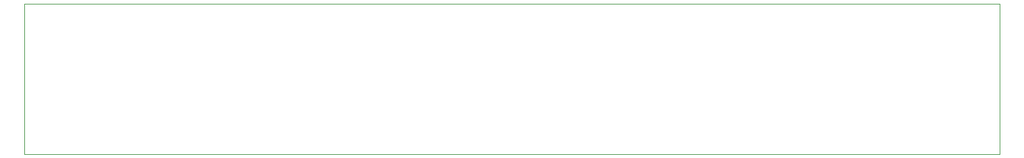
<source format=gbr>
%TF.GenerationSoftware,Altium Limited,Altium Designer,24.0.1 (36)*%
G04 Layer_Color=0*
%FSLAX45Y45*%
%MOMM*%
%TF.SameCoordinates,9BE18756-9D8A-4005-A41C-0EF74CF4EEEB*%
%TF.FilePolarity,Positive*%
%TF.FileFunction,Profile,NP*%
%TF.Part,Single*%
G01*
G75*
%TA.AperFunction,Profile*%
%ADD23C,0.02540*%
D23*
X2500000Y2500000D02*
Y4500000D01*
X15400000D01*
Y2500000D01*
X2500000D01*
%TF.MD5,0d94e6c7d04853b7d26e198cea70da13*%
M02*

</source>
